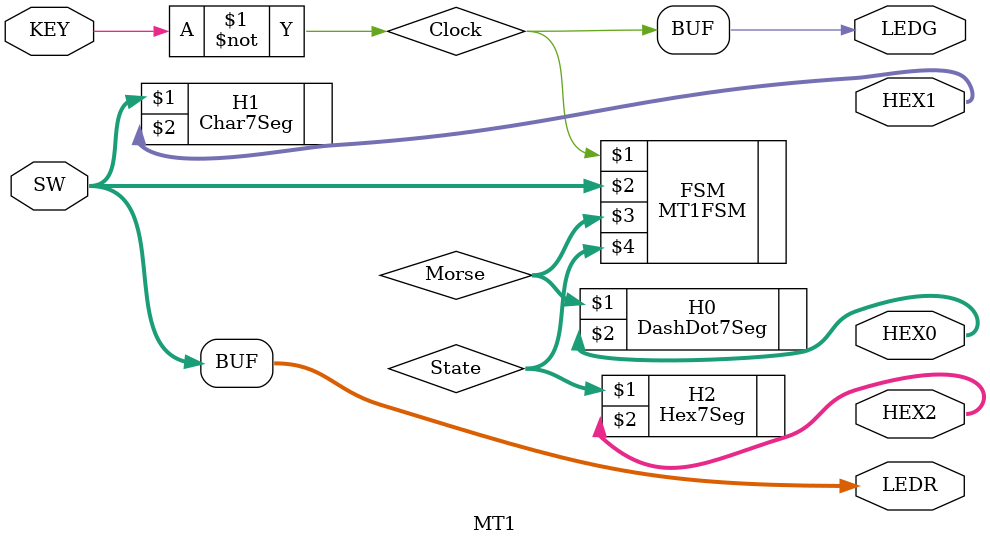
<source format=v>

module MT1( KEY, SW, LEDR, LEDG, HEX0, HEX1, HEX2 );
  input [0:0] KEY;  // the clock and reset signals
  input [2:0] SW;   // switches to set the letter to encode
  
  output [2:0]  LEDR;   // shows the switches
  output [0:0]  LEDG;   // shows the key
  output [0:6]  HEX2;   // shows the current state machine state (debug)
  output [0:6]  HEX1;   // shows the currently selected letter
  output [0:6]  HEX0;   // shows the Morse Code signal (dot/dash,gap)
             
  wire Clock = ~KEY[0];
  wire [1:0] Morse;    // the Morse Signal
  wire [3:0] State;    // State machine current state
  
  assign LEDR = SW; 
  assign LEDG[0] = Clock;
  
  MT1FSM FSM( Clock, SW, Morse, State );  // state machine
  
  DashDot7Seg H0( Morse,  HEX0 ); // Morse Signal decoder 
  Char7Seg    H1( SW,     HEX1 ); // currently selected letter
  Hex7Seg     H2( State,  HEX2 ); // state machine state
  
endmodule

</source>
